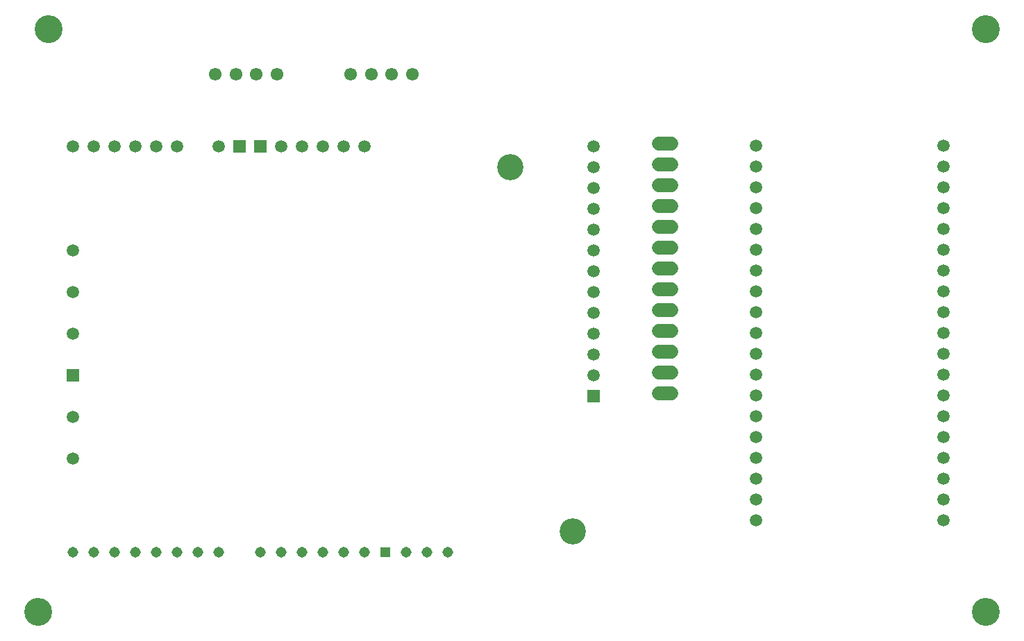
<source format=gbr>
G04 EAGLE Gerber RS-274X export*
G75*
%MOMM*%
%FSLAX34Y34*%
%LPD*%
%INSoldermask Bottom*%
%IPPOS*%
%AMOC8*
5,1,8,0,0,1.08239X$1,22.5*%
G01*
G04 Define Apertures*
%ADD10C,3.403200*%
%ADD11C,1.511200*%
%ADD12R,1.511200X1.511200*%
%ADD13C,1.311200*%
%ADD14R,1.311200X1.311200*%
%ADD15C,3.203194*%
%ADD16C,1.551200*%
%ADD17C,1.727200*%
D10*
X25400Y774700D03*
X1168400Y774700D03*
X1168400Y63500D03*
X12700Y63500D03*
D11*
X1116436Y174800D03*
X1116436Y200200D03*
X1116436Y225600D03*
X1116436Y251000D03*
X1116436Y276400D03*
X1116436Y301800D03*
X1116436Y327200D03*
X1116436Y352600D03*
X1116436Y378000D03*
X1116436Y403400D03*
X1116436Y428800D03*
X1116436Y454200D03*
X1116436Y479600D03*
X1116436Y505000D03*
X1116436Y530400D03*
X1116436Y555800D03*
X1116436Y581200D03*
X1116436Y606600D03*
X1116436Y632000D03*
X887836Y632000D03*
X887836Y606600D03*
X887836Y581200D03*
X887836Y555800D03*
X887836Y530400D03*
X887836Y505000D03*
X887836Y479600D03*
X887836Y454200D03*
X887836Y428800D03*
X887836Y403400D03*
X887836Y378000D03*
X887836Y352600D03*
X887836Y327200D03*
X887836Y301800D03*
X887836Y276400D03*
X887836Y251000D03*
X887836Y225600D03*
X887836Y200200D03*
X887836Y174800D03*
D12*
X689582Y327104D03*
D11*
X689582Y352504D03*
X689582Y377904D03*
X689582Y403304D03*
X689582Y428704D03*
X689582Y454104D03*
X689582Y479504D03*
X689582Y504904D03*
X689582Y530304D03*
X689582Y555704D03*
X689582Y581104D03*
X689582Y606504D03*
X689582Y631904D03*
D13*
X105382Y136604D03*
X130782Y136604D03*
X156182Y136604D03*
X181582Y136604D03*
X206982Y136604D03*
X232382Y136604D03*
X79982Y136604D03*
X54582Y136604D03*
X283182Y136604D03*
X308582Y136604D03*
X333982Y136604D03*
X359382Y136604D03*
X384782Y136604D03*
X410182Y136604D03*
D14*
X435582Y136604D03*
D13*
X460982Y136604D03*
X486382Y136604D03*
X511782Y136604D03*
D11*
X54582Y631904D03*
X79982Y631904D03*
X105382Y631904D03*
X130782Y631904D03*
X156182Y631904D03*
X181582Y631904D03*
X232382Y631904D03*
D12*
X257782Y631904D03*
X283182Y631904D03*
D11*
X308582Y631904D03*
X333982Y631904D03*
X359382Y631904D03*
X384782Y631904D03*
X410182Y631904D03*
X54582Y250904D03*
X54582Y301704D03*
D12*
X54582Y352504D03*
D11*
X54582Y403304D03*
X54582Y454104D03*
X54582Y504904D03*
D15*
X664182Y162004D03*
X587982Y606504D03*
D16*
X228600Y719700D03*
X253600Y719700D03*
X278600Y719700D03*
X303600Y719700D03*
X393700Y719700D03*
X418700Y719700D03*
X443700Y719700D03*
X468700Y719700D03*
D17*
X769380Y330200D02*
X784620Y330200D01*
X784620Y355600D02*
X769380Y355600D01*
X769380Y381000D02*
X784620Y381000D01*
X784620Y406400D02*
X769380Y406400D01*
X769380Y431800D02*
X784620Y431800D01*
X784620Y457200D02*
X769380Y457200D01*
X769380Y482600D02*
X784620Y482600D01*
X784620Y508000D02*
X769380Y508000D01*
X769380Y533400D02*
X784620Y533400D01*
X784620Y558800D02*
X769380Y558800D01*
X769380Y584200D02*
X784620Y584200D01*
X784620Y609600D02*
X769380Y609600D01*
X769380Y635000D02*
X784620Y635000D01*
M02*

</source>
